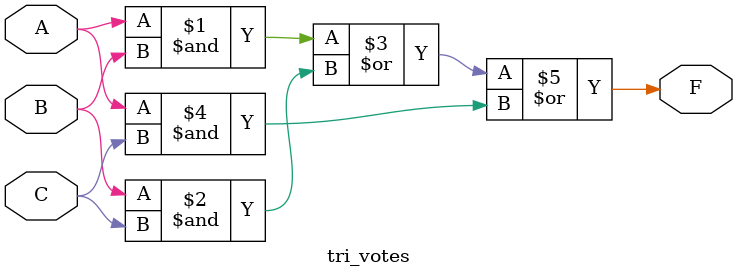
<source format=v>
`timescale 1ns / 1ps


module tri_votes(
    input A,
    input B,
    input C,
    output F
    );
    assign F = A&B|B&C|A&C;
endmodule

</source>
